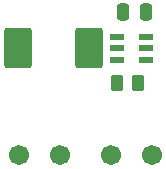
<source format=gts>
G04 #@! TF.GenerationSoftware,KiCad,Pcbnew,7.0.5-0*
G04 #@! TF.CreationDate,2023-12-12T08:13:43-05:00*
G04 #@! TF.ProjectId,12v5VBuck,31327635-5642-4756-936b-2e6b69636164,rev?*
G04 #@! TF.SameCoordinates,Original*
G04 #@! TF.FileFunction,Soldermask,Top*
G04 #@! TF.FilePolarity,Negative*
%FSLAX46Y46*%
G04 Gerber Fmt 4.6, Leading zero omitted, Abs format (unit mm)*
G04 Created by KiCad (PCBNEW 7.0.5-0) date 2023-12-12 08:13:43*
%MOMM*%
%LPD*%
G01*
G04 APERTURE LIST*
G04 Aperture macros list*
%AMRoundRect*
0 Rectangle with rounded corners*
0 $1 Rounding radius*
0 $2 $3 $4 $5 $6 $7 $8 $9 X,Y pos of 4 corners*
0 Add a 4 corners polygon primitive as box body*
4,1,4,$2,$3,$4,$5,$6,$7,$8,$9,$2,$3,0*
0 Add four circle primitives for the rounded corners*
1,1,$1+$1,$2,$3*
1,1,$1+$1,$4,$5*
1,1,$1+$1,$6,$7*
1,1,$1+$1,$8,$9*
0 Add four rect primitives between the rounded corners*
20,1,$1+$1,$2,$3,$4,$5,0*
20,1,$1+$1,$4,$5,$6,$7,0*
20,1,$1+$1,$6,$7,$8,$9,0*
20,1,$1+$1,$8,$9,$2,$3,0*%
G04 Aperture macros list end*
%ADD10R,1.250000X0.600000*%
%ADD11C,1.701800*%
%ADD12RoundRect,0.250000X-0.262500X-0.450000X0.262500X-0.450000X0.262500X0.450000X-0.262500X0.450000X0*%
%ADD13RoundRect,0.235000X0.940000X1.465000X-0.940000X1.465000X-0.940000X-1.465000X0.940000X-1.465000X0*%
%ADD14RoundRect,0.250000X0.250000X0.475000X-0.250000X0.475000X-0.250000X-0.475000X0.250000X-0.475000X0*%
G04 APERTURE END LIST*
D10*
X65240000Y-20810000D03*
X65240000Y-21760000D03*
X65240000Y-22710000D03*
X67740000Y-22710000D03*
X67740000Y-21760000D03*
X67740000Y-20810000D03*
D11*
X60475001Y-30775000D03*
X56974998Y-30775000D03*
D12*
X65248774Y-24675000D03*
X67073774Y-24675000D03*
D13*
X62930000Y-21765000D03*
X56880000Y-21765000D03*
D14*
X65825000Y-18675000D03*
X67725000Y-18675000D03*
D11*
X68235001Y-30765000D03*
X64734998Y-30765000D03*
M02*

</source>
